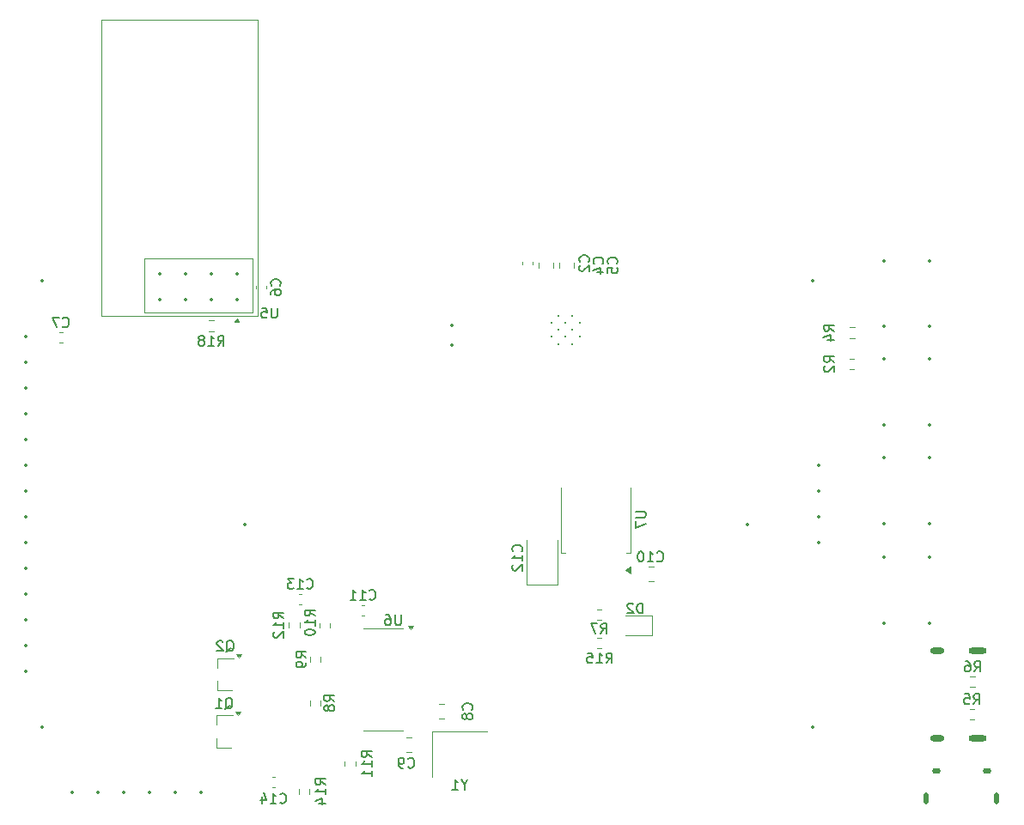
<source format=gbo>
%TF.GenerationSoftware,KiCad,Pcbnew,9.0.1*%
%TF.CreationDate,2025-12-02T19:06:14+01:00*%
%TF.ProjectId,stacja_pogody_modu__wew,73746163-6a61-45f7-906f-676f64795f6d,rev?*%
%TF.SameCoordinates,Original*%
%TF.FileFunction,Legend,Bot*%
%TF.FilePolarity,Positive*%
%FSLAX46Y46*%
G04 Gerber Fmt 4.6, Leading zero omitted, Abs format (unit mm)*
G04 Created by KiCad (PCBNEW 9.0.1) date 2025-12-02 19:06:14*
%MOMM*%
%LPD*%
G01*
G04 APERTURE LIST*
%ADD10C,0.150000*%
%ADD11C,0.120000*%
%ADD12O,1.400000X0.600000*%
%ADD13O,1.800000X0.600000*%
%ADD14C,0.350000*%
%ADD15C,0.200000*%
%ADD16O,0.500000X1.150000*%
%ADD17O,0.850000X0.550000*%
G04 APERTURE END LIST*
D10*
X196796666Y-104694819D02*
X197129999Y-104218628D01*
X197368094Y-104694819D02*
X197368094Y-103694819D01*
X197368094Y-103694819D02*
X196987142Y-103694819D01*
X196987142Y-103694819D02*
X196891904Y-103742438D01*
X196891904Y-103742438D02*
X196844285Y-103790057D01*
X196844285Y-103790057D02*
X196796666Y-103885295D01*
X196796666Y-103885295D02*
X196796666Y-104028152D01*
X196796666Y-104028152D02*
X196844285Y-104123390D01*
X196844285Y-104123390D02*
X196891904Y-104171009D01*
X196891904Y-104171009D02*
X196987142Y-104218628D01*
X196987142Y-104218628D02*
X197368094Y-104218628D01*
X195891904Y-103694819D02*
X196368094Y-103694819D01*
X196368094Y-103694819D02*
X196415713Y-104171009D01*
X196415713Y-104171009D02*
X196368094Y-104123390D01*
X196368094Y-104123390D02*
X196272856Y-104075771D01*
X196272856Y-104075771D02*
X196034761Y-104075771D01*
X196034761Y-104075771D02*
X195939523Y-104123390D01*
X195939523Y-104123390D02*
X195891904Y-104171009D01*
X195891904Y-104171009D02*
X195844285Y-104266247D01*
X195844285Y-104266247D02*
X195844285Y-104504342D01*
X195844285Y-104504342D02*
X195891904Y-104599580D01*
X195891904Y-104599580D02*
X195939523Y-104647200D01*
X195939523Y-104647200D02*
X196034761Y-104694819D01*
X196034761Y-104694819D02*
X196272856Y-104694819D01*
X196272856Y-104694819D02*
X196368094Y-104647200D01*
X196368094Y-104647200D02*
X196415713Y-104599580D01*
X183064819Y-70973333D02*
X182588628Y-70640000D01*
X183064819Y-70401905D02*
X182064819Y-70401905D01*
X182064819Y-70401905D02*
X182064819Y-70782857D01*
X182064819Y-70782857D02*
X182112438Y-70878095D01*
X182112438Y-70878095D02*
X182160057Y-70925714D01*
X182160057Y-70925714D02*
X182255295Y-70973333D01*
X182255295Y-70973333D02*
X182398152Y-70973333D01*
X182398152Y-70973333D02*
X182493390Y-70925714D01*
X182493390Y-70925714D02*
X182541009Y-70878095D01*
X182541009Y-70878095D02*
X182588628Y-70782857D01*
X182588628Y-70782857D02*
X182588628Y-70401905D01*
X182160057Y-71354286D02*
X182112438Y-71401905D01*
X182112438Y-71401905D02*
X182064819Y-71497143D01*
X182064819Y-71497143D02*
X182064819Y-71735238D01*
X182064819Y-71735238D02*
X182112438Y-71830476D01*
X182112438Y-71830476D02*
X182160057Y-71878095D01*
X182160057Y-71878095D02*
X182255295Y-71925714D01*
X182255295Y-71925714D02*
X182350533Y-71925714D01*
X182350533Y-71925714D02*
X182493390Y-71878095D01*
X182493390Y-71878095D02*
X183064819Y-71306667D01*
X183064819Y-71306667D02*
X183064819Y-71925714D01*
X131014819Y-100123333D02*
X130538628Y-99790000D01*
X131014819Y-99551905D02*
X130014819Y-99551905D01*
X130014819Y-99551905D02*
X130014819Y-99932857D01*
X130014819Y-99932857D02*
X130062438Y-100028095D01*
X130062438Y-100028095D02*
X130110057Y-100075714D01*
X130110057Y-100075714D02*
X130205295Y-100123333D01*
X130205295Y-100123333D02*
X130348152Y-100123333D01*
X130348152Y-100123333D02*
X130443390Y-100075714D01*
X130443390Y-100075714D02*
X130491009Y-100028095D01*
X130491009Y-100028095D02*
X130538628Y-99932857D01*
X130538628Y-99932857D02*
X130538628Y-99551905D01*
X131014819Y-100599524D02*
X131014819Y-100790000D01*
X131014819Y-100790000D02*
X130967200Y-100885238D01*
X130967200Y-100885238D02*
X130919580Y-100932857D01*
X130919580Y-100932857D02*
X130776723Y-101028095D01*
X130776723Y-101028095D02*
X130586247Y-101075714D01*
X130586247Y-101075714D02*
X130205295Y-101075714D01*
X130205295Y-101075714D02*
X130110057Y-101028095D01*
X130110057Y-101028095D02*
X130062438Y-100980476D01*
X130062438Y-100980476D02*
X130014819Y-100885238D01*
X130014819Y-100885238D02*
X130014819Y-100694762D01*
X130014819Y-100694762D02*
X130062438Y-100599524D01*
X130062438Y-100599524D02*
X130110057Y-100551905D01*
X130110057Y-100551905D02*
X130205295Y-100504286D01*
X130205295Y-100504286D02*
X130443390Y-100504286D01*
X130443390Y-100504286D02*
X130538628Y-100551905D01*
X130538628Y-100551905D02*
X130586247Y-100599524D01*
X130586247Y-100599524D02*
X130633866Y-100694762D01*
X130633866Y-100694762D02*
X130633866Y-100885238D01*
X130633866Y-100885238D02*
X130586247Y-100980476D01*
X130586247Y-100980476D02*
X130538628Y-101028095D01*
X130538628Y-101028095D02*
X130443390Y-101075714D01*
X133794819Y-104413333D02*
X133318628Y-104080000D01*
X133794819Y-103841905D02*
X132794819Y-103841905D01*
X132794819Y-103841905D02*
X132794819Y-104222857D01*
X132794819Y-104222857D02*
X132842438Y-104318095D01*
X132842438Y-104318095D02*
X132890057Y-104365714D01*
X132890057Y-104365714D02*
X132985295Y-104413333D01*
X132985295Y-104413333D02*
X133128152Y-104413333D01*
X133128152Y-104413333D02*
X133223390Y-104365714D01*
X133223390Y-104365714D02*
X133271009Y-104318095D01*
X133271009Y-104318095D02*
X133318628Y-104222857D01*
X133318628Y-104222857D02*
X133318628Y-103841905D01*
X133223390Y-104984762D02*
X133175771Y-104889524D01*
X133175771Y-104889524D02*
X133128152Y-104841905D01*
X133128152Y-104841905D02*
X133032914Y-104794286D01*
X133032914Y-104794286D02*
X132985295Y-104794286D01*
X132985295Y-104794286D02*
X132890057Y-104841905D01*
X132890057Y-104841905D02*
X132842438Y-104889524D01*
X132842438Y-104889524D02*
X132794819Y-104984762D01*
X132794819Y-104984762D02*
X132794819Y-105175238D01*
X132794819Y-105175238D02*
X132842438Y-105270476D01*
X132842438Y-105270476D02*
X132890057Y-105318095D01*
X132890057Y-105318095D02*
X132985295Y-105365714D01*
X132985295Y-105365714D02*
X133032914Y-105365714D01*
X133032914Y-105365714D02*
X133128152Y-105318095D01*
X133128152Y-105318095D02*
X133175771Y-105270476D01*
X133175771Y-105270476D02*
X133223390Y-105175238D01*
X133223390Y-105175238D02*
X133223390Y-104984762D01*
X133223390Y-104984762D02*
X133271009Y-104889524D01*
X133271009Y-104889524D02*
X133318628Y-104841905D01*
X133318628Y-104841905D02*
X133413866Y-104794286D01*
X133413866Y-104794286D02*
X133604342Y-104794286D01*
X133604342Y-104794286D02*
X133699580Y-104841905D01*
X133699580Y-104841905D02*
X133747200Y-104889524D01*
X133747200Y-104889524D02*
X133794819Y-104984762D01*
X133794819Y-104984762D02*
X133794819Y-105175238D01*
X133794819Y-105175238D02*
X133747200Y-105270476D01*
X133747200Y-105270476D02*
X133699580Y-105318095D01*
X133699580Y-105318095D02*
X133604342Y-105365714D01*
X133604342Y-105365714D02*
X133413866Y-105365714D01*
X133413866Y-105365714D02*
X133318628Y-105318095D01*
X133318628Y-105318095D02*
X133271009Y-105270476D01*
X133271009Y-105270476D02*
X133223390Y-105175238D01*
X123025238Y-105190057D02*
X123120476Y-105142438D01*
X123120476Y-105142438D02*
X123215714Y-105047200D01*
X123215714Y-105047200D02*
X123358571Y-104904342D01*
X123358571Y-104904342D02*
X123453809Y-104856723D01*
X123453809Y-104856723D02*
X123549047Y-104856723D01*
X123501428Y-105094819D02*
X123596666Y-105047200D01*
X123596666Y-105047200D02*
X123691904Y-104951961D01*
X123691904Y-104951961D02*
X123739523Y-104761485D01*
X123739523Y-104761485D02*
X123739523Y-104428152D01*
X123739523Y-104428152D02*
X123691904Y-104237676D01*
X123691904Y-104237676D02*
X123596666Y-104142438D01*
X123596666Y-104142438D02*
X123501428Y-104094819D01*
X123501428Y-104094819D02*
X123310952Y-104094819D01*
X123310952Y-104094819D02*
X123215714Y-104142438D01*
X123215714Y-104142438D02*
X123120476Y-104237676D01*
X123120476Y-104237676D02*
X123072857Y-104428152D01*
X123072857Y-104428152D02*
X123072857Y-104761485D01*
X123072857Y-104761485D02*
X123120476Y-104951961D01*
X123120476Y-104951961D02*
X123215714Y-105047200D01*
X123215714Y-105047200D02*
X123310952Y-105094819D01*
X123310952Y-105094819D02*
X123501428Y-105094819D01*
X122120476Y-105094819D02*
X122691904Y-105094819D01*
X122406190Y-105094819D02*
X122406190Y-104094819D01*
X122406190Y-104094819D02*
X122501428Y-104237676D01*
X122501428Y-104237676D02*
X122596666Y-104332914D01*
X122596666Y-104332914D02*
X122691904Y-104380533D01*
X122312857Y-69354819D02*
X122646190Y-68878628D01*
X122884285Y-69354819D02*
X122884285Y-68354819D01*
X122884285Y-68354819D02*
X122503333Y-68354819D01*
X122503333Y-68354819D02*
X122408095Y-68402438D01*
X122408095Y-68402438D02*
X122360476Y-68450057D01*
X122360476Y-68450057D02*
X122312857Y-68545295D01*
X122312857Y-68545295D02*
X122312857Y-68688152D01*
X122312857Y-68688152D02*
X122360476Y-68783390D01*
X122360476Y-68783390D02*
X122408095Y-68831009D01*
X122408095Y-68831009D02*
X122503333Y-68878628D01*
X122503333Y-68878628D02*
X122884285Y-68878628D01*
X121360476Y-69354819D02*
X121931904Y-69354819D01*
X121646190Y-69354819D02*
X121646190Y-68354819D01*
X121646190Y-68354819D02*
X121741428Y-68497676D01*
X121741428Y-68497676D02*
X121836666Y-68592914D01*
X121836666Y-68592914D02*
X121931904Y-68640533D01*
X120789047Y-68783390D02*
X120884285Y-68735771D01*
X120884285Y-68735771D02*
X120931904Y-68688152D01*
X120931904Y-68688152D02*
X120979523Y-68592914D01*
X120979523Y-68592914D02*
X120979523Y-68545295D01*
X120979523Y-68545295D02*
X120931904Y-68450057D01*
X120931904Y-68450057D02*
X120884285Y-68402438D01*
X120884285Y-68402438D02*
X120789047Y-68354819D01*
X120789047Y-68354819D02*
X120598571Y-68354819D01*
X120598571Y-68354819D02*
X120503333Y-68402438D01*
X120503333Y-68402438D02*
X120455714Y-68450057D01*
X120455714Y-68450057D02*
X120408095Y-68545295D01*
X120408095Y-68545295D02*
X120408095Y-68592914D01*
X120408095Y-68592914D02*
X120455714Y-68688152D01*
X120455714Y-68688152D02*
X120503333Y-68735771D01*
X120503333Y-68735771D02*
X120598571Y-68783390D01*
X120598571Y-68783390D02*
X120789047Y-68783390D01*
X120789047Y-68783390D02*
X120884285Y-68831009D01*
X120884285Y-68831009D02*
X120931904Y-68878628D01*
X120931904Y-68878628D02*
X120979523Y-68973866D01*
X120979523Y-68973866D02*
X120979523Y-69164342D01*
X120979523Y-69164342D02*
X120931904Y-69259580D01*
X120931904Y-69259580D02*
X120884285Y-69307200D01*
X120884285Y-69307200D02*
X120789047Y-69354819D01*
X120789047Y-69354819D02*
X120598571Y-69354819D01*
X120598571Y-69354819D02*
X120503333Y-69307200D01*
X120503333Y-69307200D02*
X120455714Y-69259580D01*
X120455714Y-69259580D02*
X120408095Y-69164342D01*
X120408095Y-69164342D02*
X120408095Y-68973866D01*
X120408095Y-68973866D02*
X120455714Y-68878628D01*
X120455714Y-68878628D02*
X120503333Y-68831009D01*
X120503333Y-68831009D02*
X120598571Y-68783390D01*
X141056666Y-110889580D02*
X141104285Y-110937200D01*
X141104285Y-110937200D02*
X141247142Y-110984819D01*
X141247142Y-110984819D02*
X141342380Y-110984819D01*
X141342380Y-110984819D02*
X141485237Y-110937200D01*
X141485237Y-110937200D02*
X141580475Y-110841961D01*
X141580475Y-110841961D02*
X141628094Y-110746723D01*
X141628094Y-110746723D02*
X141675713Y-110556247D01*
X141675713Y-110556247D02*
X141675713Y-110413390D01*
X141675713Y-110413390D02*
X141628094Y-110222914D01*
X141628094Y-110222914D02*
X141580475Y-110127676D01*
X141580475Y-110127676D02*
X141485237Y-110032438D01*
X141485237Y-110032438D02*
X141342380Y-109984819D01*
X141342380Y-109984819D02*
X141247142Y-109984819D01*
X141247142Y-109984819D02*
X141104285Y-110032438D01*
X141104285Y-110032438D02*
X141056666Y-110080057D01*
X140580475Y-110984819D02*
X140389999Y-110984819D01*
X140389999Y-110984819D02*
X140294761Y-110937200D01*
X140294761Y-110937200D02*
X140247142Y-110889580D01*
X140247142Y-110889580D02*
X140151904Y-110746723D01*
X140151904Y-110746723D02*
X140104285Y-110556247D01*
X140104285Y-110556247D02*
X140104285Y-110175295D01*
X140104285Y-110175295D02*
X140151904Y-110080057D01*
X140151904Y-110080057D02*
X140199523Y-110032438D01*
X140199523Y-110032438D02*
X140294761Y-109984819D01*
X140294761Y-109984819D02*
X140485237Y-109984819D01*
X140485237Y-109984819D02*
X140580475Y-110032438D01*
X140580475Y-110032438D02*
X140628094Y-110080057D01*
X140628094Y-110080057D02*
X140675713Y-110175295D01*
X140675713Y-110175295D02*
X140675713Y-110413390D01*
X140675713Y-110413390D02*
X140628094Y-110508628D01*
X140628094Y-110508628D02*
X140580475Y-110556247D01*
X140580475Y-110556247D02*
X140485237Y-110603866D01*
X140485237Y-110603866D02*
X140294761Y-110603866D01*
X140294761Y-110603866D02*
X140199523Y-110556247D01*
X140199523Y-110556247D02*
X140151904Y-110508628D01*
X140151904Y-110508628D02*
X140104285Y-110413390D01*
X161609580Y-61263333D02*
X161657200Y-61215714D01*
X161657200Y-61215714D02*
X161704819Y-61072857D01*
X161704819Y-61072857D02*
X161704819Y-60977619D01*
X161704819Y-60977619D02*
X161657200Y-60834762D01*
X161657200Y-60834762D02*
X161561961Y-60739524D01*
X161561961Y-60739524D02*
X161466723Y-60691905D01*
X161466723Y-60691905D02*
X161276247Y-60644286D01*
X161276247Y-60644286D02*
X161133390Y-60644286D01*
X161133390Y-60644286D02*
X160942914Y-60691905D01*
X160942914Y-60691905D02*
X160847676Y-60739524D01*
X160847676Y-60739524D02*
X160752438Y-60834762D01*
X160752438Y-60834762D02*
X160704819Y-60977619D01*
X160704819Y-60977619D02*
X160704819Y-61072857D01*
X160704819Y-61072857D02*
X160752438Y-61215714D01*
X160752438Y-61215714D02*
X160800057Y-61263333D01*
X160704819Y-62168095D02*
X160704819Y-61691905D01*
X160704819Y-61691905D02*
X161181009Y-61644286D01*
X161181009Y-61644286D02*
X161133390Y-61691905D01*
X161133390Y-61691905D02*
X161085771Y-61787143D01*
X161085771Y-61787143D02*
X161085771Y-62025238D01*
X161085771Y-62025238D02*
X161133390Y-62120476D01*
X161133390Y-62120476D02*
X161181009Y-62168095D01*
X161181009Y-62168095D02*
X161276247Y-62215714D01*
X161276247Y-62215714D02*
X161514342Y-62215714D01*
X161514342Y-62215714D02*
X161609580Y-62168095D01*
X161609580Y-62168095D02*
X161657200Y-62120476D01*
X161657200Y-62120476D02*
X161704819Y-62025238D01*
X161704819Y-62025238D02*
X161704819Y-61787143D01*
X161704819Y-61787143D02*
X161657200Y-61691905D01*
X161657200Y-61691905D02*
X161609580Y-61644286D01*
X131082857Y-93239580D02*
X131130476Y-93287200D01*
X131130476Y-93287200D02*
X131273333Y-93334819D01*
X131273333Y-93334819D02*
X131368571Y-93334819D01*
X131368571Y-93334819D02*
X131511428Y-93287200D01*
X131511428Y-93287200D02*
X131606666Y-93191961D01*
X131606666Y-93191961D02*
X131654285Y-93096723D01*
X131654285Y-93096723D02*
X131701904Y-92906247D01*
X131701904Y-92906247D02*
X131701904Y-92763390D01*
X131701904Y-92763390D02*
X131654285Y-92572914D01*
X131654285Y-92572914D02*
X131606666Y-92477676D01*
X131606666Y-92477676D02*
X131511428Y-92382438D01*
X131511428Y-92382438D02*
X131368571Y-92334819D01*
X131368571Y-92334819D02*
X131273333Y-92334819D01*
X131273333Y-92334819D02*
X131130476Y-92382438D01*
X131130476Y-92382438D02*
X131082857Y-92430057D01*
X130130476Y-93334819D02*
X130701904Y-93334819D01*
X130416190Y-93334819D02*
X130416190Y-92334819D01*
X130416190Y-92334819D02*
X130511428Y-92477676D01*
X130511428Y-92477676D02*
X130606666Y-92572914D01*
X130606666Y-92572914D02*
X130701904Y-92620533D01*
X129797142Y-92334819D02*
X129178095Y-92334819D01*
X129178095Y-92334819D02*
X129511428Y-92715771D01*
X129511428Y-92715771D02*
X129368571Y-92715771D01*
X129368571Y-92715771D02*
X129273333Y-92763390D01*
X129273333Y-92763390D02*
X129225714Y-92811009D01*
X129225714Y-92811009D02*
X129178095Y-92906247D01*
X129178095Y-92906247D02*
X129178095Y-93144342D01*
X129178095Y-93144342D02*
X129225714Y-93239580D01*
X129225714Y-93239580D02*
X129273333Y-93287200D01*
X129273333Y-93287200D02*
X129368571Y-93334819D01*
X129368571Y-93334819D02*
X129654285Y-93334819D01*
X129654285Y-93334819D02*
X129749523Y-93287200D01*
X129749523Y-93287200D02*
X129797142Y-93239580D01*
X107016666Y-67439580D02*
X107064285Y-67487200D01*
X107064285Y-67487200D02*
X107207142Y-67534819D01*
X107207142Y-67534819D02*
X107302380Y-67534819D01*
X107302380Y-67534819D02*
X107445237Y-67487200D01*
X107445237Y-67487200D02*
X107540475Y-67391961D01*
X107540475Y-67391961D02*
X107588094Y-67296723D01*
X107588094Y-67296723D02*
X107635713Y-67106247D01*
X107635713Y-67106247D02*
X107635713Y-66963390D01*
X107635713Y-66963390D02*
X107588094Y-66772914D01*
X107588094Y-66772914D02*
X107540475Y-66677676D01*
X107540475Y-66677676D02*
X107445237Y-66582438D01*
X107445237Y-66582438D02*
X107302380Y-66534819D01*
X107302380Y-66534819D02*
X107207142Y-66534819D01*
X107207142Y-66534819D02*
X107064285Y-66582438D01*
X107064285Y-66582438D02*
X107016666Y-66630057D01*
X106683332Y-66534819D02*
X106016666Y-66534819D01*
X106016666Y-66534819D02*
X106445237Y-67534819D01*
X137252857Y-94309580D02*
X137300476Y-94357200D01*
X137300476Y-94357200D02*
X137443333Y-94404819D01*
X137443333Y-94404819D02*
X137538571Y-94404819D01*
X137538571Y-94404819D02*
X137681428Y-94357200D01*
X137681428Y-94357200D02*
X137776666Y-94261961D01*
X137776666Y-94261961D02*
X137824285Y-94166723D01*
X137824285Y-94166723D02*
X137871904Y-93976247D01*
X137871904Y-93976247D02*
X137871904Y-93833390D01*
X137871904Y-93833390D02*
X137824285Y-93642914D01*
X137824285Y-93642914D02*
X137776666Y-93547676D01*
X137776666Y-93547676D02*
X137681428Y-93452438D01*
X137681428Y-93452438D02*
X137538571Y-93404819D01*
X137538571Y-93404819D02*
X137443333Y-93404819D01*
X137443333Y-93404819D02*
X137300476Y-93452438D01*
X137300476Y-93452438D02*
X137252857Y-93500057D01*
X136300476Y-94404819D02*
X136871904Y-94404819D01*
X136586190Y-94404819D02*
X136586190Y-93404819D01*
X136586190Y-93404819D02*
X136681428Y-93547676D01*
X136681428Y-93547676D02*
X136776666Y-93642914D01*
X136776666Y-93642914D02*
X136871904Y-93690533D01*
X135348095Y-94404819D02*
X135919523Y-94404819D01*
X135633809Y-94404819D02*
X135633809Y-93404819D01*
X135633809Y-93404819D02*
X135729047Y-93547676D01*
X135729047Y-93547676D02*
X135824285Y-93642914D01*
X135824285Y-93642914D02*
X135919523Y-93690533D01*
X128151904Y-65614819D02*
X128151904Y-66424342D01*
X128151904Y-66424342D02*
X128104285Y-66519580D01*
X128104285Y-66519580D02*
X128056666Y-66567200D01*
X128056666Y-66567200D02*
X127961428Y-66614819D01*
X127961428Y-66614819D02*
X127770952Y-66614819D01*
X127770952Y-66614819D02*
X127675714Y-66567200D01*
X127675714Y-66567200D02*
X127628095Y-66519580D01*
X127628095Y-66519580D02*
X127580476Y-66424342D01*
X127580476Y-66424342D02*
X127580476Y-65614819D01*
X126628095Y-65614819D02*
X127104285Y-65614819D01*
X127104285Y-65614819D02*
X127151904Y-66091009D01*
X127151904Y-66091009D02*
X127104285Y-66043390D01*
X127104285Y-66043390D02*
X127009047Y-65995771D01*
X127009047Y-65995771D02*
X126770952Y-65995771D01*
X126770952Y-65995771D02*
X126675714Y-66043390D01*
X126675714Y-66043390D02*
X126628095Y-66091009D01*
X126628095Y-66091009D02*
X126580476Y-66186247D01*
X126580476Y-66186247D02*
X126580476Y-66424342D01*
X126580476Y-66424342D02*
X126628095Y-66519580D01*
X126628095Y-66519580D02*
X126675714Y-66567200D01*
X126675714Y-66567200D02*
X126770952Y-66614819D01*
X126770952Y-66614819D02*
X127009047Y-66614819D01*
X127009047Y-66614819D02*
X127104285Y-66567200D01*
X127104285Y-66567200D02*
X127151904Y-66519580D01*
X128419580Y-63413333D02*
X128467200Y-63365714D01*
X128467200Y-63365714D02*
X128514819Y-63222857D01*
X128514819Y-63222857D02*
X128514819Y-63127619D01*
X128514819Y-63127619D02*
X128467200Y-62984762D01*
X128467200Y-62984762D02*
X128371961Y-62889524D01*
X128371961Y-62889524D02*
X128276723Y-62841905D01*
X128276723Y-62841905D02*
X128086247Y-62794286D01*
X128086247Y-62794286D02*
X127943390Y-62794286D01*
X127943390Y-62794286D02*
X127752914Y-62841905D01*
X127752914Y-62841905D02*
X127657676Y-62889524D01*
X127657676Y-62889524D02*
X127562438Y-62984762D01*
X127562438Y-62984762D02*
X127514819Y-63127619D01*
X127514819Y-63127619D02*
X127514819Y-63222857D01*
X127514819Y-63222857D02*
X127562438Y-63365714D01*
X127562438Y-63365714D02*
X127610057Y-63413333D01*
X127514819Y-64270476D02*
X127514819Y-64080000D01*
X127514819Y-64080000D02*
X127562438Y-63984762D01*
X127562438Y-63984762D02*
X127610057Y-63937143D01*
X127610057Y-63937143D02*
X127752914Y-63841905D01*
X127752914Y-63841905D02*
X127943390Y-63794286D01*
X127943390Y-63794286D02*
X128324342Y-63794286D01*
X128324342Y-63794286D02*
X128419580Y-63841905D01*
X128419580Y-63841905D02*
X128467200Y-63889524D01*
X128467200Y-63889524D02*
X128514819Y-63984762D01*
X128514819Y-63984762D02*
X128514819Y-64175238D01*
X128514819Y-64175238D02*
X128467200Y-64270476D01*
X128467200Y-64270476D02*
X128419580Y-64318095D01*
X128419580Y-64318095D02*
X128324342Y-64365714D01*
X128324342Y-64365714D02*
X128086247Y-64365714D01*
X128086247Y-64365714D02*
X127991009Y-64318095D01*
X127991009Y-64318095D02*
X127943390Y-64270476D01*
X127943390Y-64270476D02*
X127895771Y-64175238D01*
X127895771Y-64175238D02*
X127895771Y-63984762D01*
X127895771Y-63984762D02*
X127943390Y-63889524D01*
X127943390Y-63889524D02*
X127991009Y-63841905D01*
X127991009Y-63841905D02*
X128086247Y-63794286D01*
X160056666Y-97744819D02*
X160389999Y-97268628D01*
X160628094Y-97744819D02*
X160628094Y-96744819D01*
X160628094Y-96744819D02*
X160247142Y-96744819D01*
X160247142Y-96744819D02*
X160151904Y-96792438D01*
X160151904Y-96792438D02*
X160104285Y-96840057D01*
X160104285Y-96840057D02*
X160056666Y-96935295D01*
X160056666Y-96935295D02*
X160056666Y-97078152D01*
X160056666Y-97078152D02*
X160104285Y-97173390D01*
X160104285Y-97173390D02*
X160151904Y-97221009D01*
X160151904Y-97221009D02*
X160247142Y-97268628D01*
X160247142Y-97268628D02*
X160628094Y-97268628D01*
X159723332Y-96744819D02*
X159056666Y-96744819D01*
X159056666Y-96744819D02*
X159485237Y-97744819D01*
X158839580Y-61053333D02*
X158887200Y-61005714D01*
X158887200Y-61005714D02*
X158934819Y-60862857D01*
X158934819Y-60862857D02*
X158934819Y-60767619D01*
X158934819Y-60767619D02*
X158887200Y-60624762D01*
X158887200Y-60624762D02*
X158791961Y-60529524D01*
X158791961Y-60529524D02*
X158696723Y-60481905D01*
X158696723Y-60481905D02*
X158506247Y-60434286D01*
X158506247Y-60434286D02*
X158363390Y-60434286D01*
X158363390Y-60434286D02*
X158172914Y-60481905D01*
X158172914Y-60481905D02*
X158077676Y-60529524D01*
X158077676Y-60529524D02*
X157982438Y-60624762D01*
X157982438Y-60624762D02*
X157934819Y-60767619D01*
X157934819Y-60767619D02*
X157934819Y-60862857D01*
X157934819Y-60862857D02*
X157982438Y-61005714D01*
X157982438Y-61005714D02*
X158030057Y-61053333D01*
X158030057Y-61434286D02*
X157982438Y-61481905D01*
X157982438Y-61481905D02*
X157934819Y-61577143D01*
X157934819Y-61577143D02*
X157934819Y-61815238D01*
X157934819Y-61815238D02*
X157982438Y-61910476D01*
X157982438Y-61910476D02*
X158030057Y-61958095D01*
X158030057Y-61958095D02*
X158125295Y-62005714D01*
X158125295Y-62005714D02*
X158220533Y-62005714D01*
X158220533Y-62005714D02*
X158363390Y-61958095D01*
X158363390Y-61958095D02*
X158934819Y-61386667D01*
X158934819Y-61386667D02*
X158934819Y-62005714D01*
X128784819Y-96232142D02*
X128308628Y-95898809D01*
X128784819Y-95660714D02*
X127784819Y-95660714D01*
X127784819Y-95660714D02*
X127784819Y-96041666D01*
X127784819Y-96041666D02*
X127832438Y-96136904D01*
X127832438Y-96136904D02*
X127880057Y-96184523D01*
X127880057Y-96184523D02*
X127975295Y-96232142D01*
X127975295Y-96232142D02*
X128118152Y-96232142D01*
X128118152Y-96232142D02*
X128213390Y-96184523D01*
X128213390Y-96184523D02*
X128261009Y-96136904D01*
X128261009Y-96136904D02*
X128308628Y-96041666D01*
X128308628Y-96041666D02*
X128308628Y-95660714D01*
X128784819Y-97184523D02*
X128784819Y-96613095D01*
X128784819Y-96898809D02*
X127784819Y-96898809D01*
X127784819Y-96898809D02*
X127927676Y-96803571D01*
X127927676Y-96803571D02*
X128022914Y-96708333D01*
X128022914Y-96708333D02*
X128070533Y-96613095D01*
X127880057Y-97565476D02*
X127832438Y-97613095D01*
X127832438Y-97613095D02*
X127784819Y-97708333D01*
X127784819Y-97708333D02*
X127784819Y-97946428D01*
X127784819Y-97946428D02*
X127832438Y-98041666D01*
X127832438Y-98041666D02*
X127880057Y-98089285D01*
X127880057Y-98089285D02*
X127975295Y-98136904D01*
X127975295Y-98136904D02*
X128070533Y-98136904D01*
X128070533Y-98136904D02*
X128213390Y-98089285D01*
X128213390Y-98089285D02*
X128784819Y-97517857D01*
X128784819Y-97517857D02*
X128784819Y-98136904D01*
X131874819Y-95997142D02*
X131398628Y-95663809D01*
X131874819Y-95425714D02*
X130874819Y-95425714D01*
X130874819Y-95425714D02*
X130874819Y-95806666D01*
X130874819Y-95806666D02*
X130922438Y-95901904D01*
X130922438Y-95901904D02*
X130970057Y-95949523D01*
X130970057Y-95949523D02*
X131065295Y-95997142D01*
X131065295Y-95997142D02*
X131208152Y-95997142D01*
X131208152Y-95997142D02*
X131303390Y-95949523D01*
X131303390Y-95949523D02*
X131351009Y-95901904D01*
X131351009Y-95901904D02*
X131398628Y-95806666D01*
X131398628Y-95806666D02*
X131398628Y-95425714D01*
X131874819Y-96949523D02*
X131874819Y-96378095D01*
X131874819Y-96663809D02*
X130874819Y-96663809D01*
X130874819Y-96663809D02*
X131017676Y-96568571D01*
X131017676Y-96568571D02*
X131112914Y-96473333D01*
X131112914Y-96473333D02*
X131160533Y-96378095D01*
X130874819Y-97568571D02*
X130874819Y-97663809D01*
X130874819Y-97663809D02*
X130922438Y-97759047D01*
X130922438Y-97759047D02*
X130970057Y-97806666D01*
X130970057Y-97806666D02*
X131065295Y-97854285D01*
X131065295Y-97854285D02*
X131255771Y-97901904D01*
X131255771Y-97901904D02*
X131493866Y-97901904D01*
X131493866Y-97901904D02*
X131684342Y-97854285D01*
X131684342Y-97854285D02*
X131779580Y-97806666D01*
X131779580Y-97806666D02*
X131827200Y-97759047D01*
X131827200Y-97759047D02*
X131874819Y-97663809D01*
X131874819Y-97663809D02*
X131874819Y-97568571D01*
X131874819Y-97568571D02*
X131827200Y-97473333D01*
X131827200Y-97473333D02*
X131779580Y-97425714D01*
X131779580Y-97425714D02*
X131684342Y-97378095D01*
X131684342Y-97378095D02*
X131493866Y-97330476D01*
X131493866Y-97330476D02*
X131255771Y-97330476D01*
X131255771Y-97330476D02*
X131065295Y-97378095D01*
X131065295Y-97378095D02*
X130970057Y-97425714D01*
X130970057Y-97425714D02*
X130922438Y-97473333D01*
X130922438Y-97473333D02*
X130874819Y-97568571D01*
X137474819Y-109907142D02*
X136998628Y-109573809D01*
X137474819Y-109335714D02*
X136474819Y-109335714D01*
X136474819Y-109335714D02*
X136474819Y-109716666D01*
X136474819Y-109716666D02*
X136522438Y-109811904D01*
X136522438Y-109811904D02*
X136570057Y-109859523D01*
X136570057Y-109859523D02*
X136665295Y-109907142D01*
X136665295Y-109907142D02*
X136808152Y-109907142D01*
X136808152Y-109907142D02*
X136903390Y-109859523D01*
X136903390Y-109859523D02*
X136951009Y-109811904D01*
X136951009Y-109811904D02*
X136998628Y-109716666D01*
X136998628Y-109716666D02*
X136998628Y-109335714D01*
X137474819Y-110859523D02*
X137474819Y-110288095D01*
X137474819Y-110573809D02*
X136474819Y-110573809D01*
X136474819Y-110573809D02*
X136617676Y-110478571D01*
X136617676Y-110478571D02*
X136712914Y-110383333D01*
X136712914Y-110383333D02*
X136760533Y-110288095D01*
X137474819Y-111811904D02*
X137474819Y-111240476D01*
X137474819Y-111526190D02*
X136474819Y-111526190D01*
X136474819Y-111526190D02*
X136617676Y-111430952D01*
X136617676Y-111430952D02*
X136712914Y-111335714D01*
X136712914Y-111335714D02*
X136760533Y-111240476D01*
X123115238Y-99540057D02*
X123210476Y-99492438D01*
X123210476Y-99492438D02*
X123305714Y-99397200D01*
X123305714Y-99397200D02*
X123448571Y-99254342D01*
X123448571Y-99254342D02*
X123543809Y-99206723D01*
X123543809Y-99206723D02*
X123639047Y-99206723D01*
X123591428Y-99444819D02*
X123686666Y-99397200D01*
X123686666Y-99397200D02*
X123781904Y-99301961D01*
X123781904Y-99301961D02*
X123829523Y-99111485D01*
X123829523Y-99111485D02*
X123829523Y-98778152D01*
X123829523Y-98778152D02*
X123781904Y-98587676D01*
X123781904Y-98587676D02*
X123686666Y-98492438D01*
X123686666Y-98492438D02*
X123591428Y-98444819D01*
X123591428Y-98444819D02*
X123400952Y-98444819D01*
X123400952Y-98444819D02*
X123305714Y-98492438D01*
X123305714Y-98492438D02*
X123210476Y-98587676D01*
X123210476Y-98587676D02*
X123162857Y-98778152D01*
X123162857Y-98778152D02*
X123162857Y-99111485D01*
X123162857Y-99111485D02*
X123210476Y-99301961D01*
X123210476Y-99301961D02*
X123305714Y-99397200D01*
X123305714Y-99397200D02*
X123400952Y-99444819D01*
X123400952Y-99444819D02*
X123591428Y-99444819D01*
X122781904Y-98540057D02*
X122734285Y-98492438D01*
X122734285Y-98492438D02*
X122639047Y-98444819D01*
X122639047Y-98444819D02*
X122400952Y-98444819D01*
X122400952Y-98444819D02*
X122305714Y-98492438D01*
X122305714Y-98492438D02*
X122258095Y-98540057D01*
X122258095Y-98540057D02*
X122210476Y-98635295D01*
X122210476Y-98635295D02*
X122210476Y-98730533D01*
X122210476Y-98730533D02*
X122258095Y-98873390D01*
X122258095Y-98873390D02*
X122829523Y-99444819D01*
X122829523Y-99444819D02*
X122210476Y-99444819D01*
X183034819Y-67893333D02*
X182558628Y-67560000D01*
X183034819Y-67321905D02*
X182034819Y-67321905D01*
X182034819Y-67321905D02*
X182034819Y-67702857D01*
X182034819Y-67702857D02*
X182082438Y-67798095D01*
X182082438Y-67798095D02*
X182130057Y-67845714D01*
X182130057Y-67845714D02*
X182225295Y-67893333D01*
X182225295Y-67893333D02*
X182368152Y-67893333D01*
X182368152Y-67893333D02*
X182463390Y-67845714D01*
X182463390Y-67845714D02*
X182511009Y-67798095D01*
X182511009Y-67798095D02*
X182558628Y-67702857D01*
X182558628Y-67702857D02*
X182558628Y-67321905D01*
X182368152Y-68750476D02*
X183034819Y-68750476D01*
X181987200Y-68512381D02*
X182701485Y-68274286D01*
X182701485Y-68274286D02*
X182701485Y-68893333D01*
X165602857Y-90549580D02*
X165650476Y-90597200D01*
X165650476Y-90597200D02*
X165793333Y-90644819D01*
X165793333Y-90644819D02*
X165888571Y-90644819D01*
X165888571Y-90644819D02*
X166031428Y-90597200D01*
X166031428Y-90597200D02*
X166126666Y-90501961D01*
X166126666Y-90501961D02*
X166174285Y-90406723D01*
X166174285Y-90406723D02*
X166221904Y-90216247D01*
X166221904Y-90216247D02*
X166221904Y-90073390D01*
X166221904Y-90073390D02*
X166174285Y-89882914D01*
X166174285Y-89882914D02*
X166126666Y-89787676D01*
X166126666Y-89787676D02*
X166031428Y-89692438D01*
X166031428Y-89692438D02*
X165888571Y-89644819D01*
X165888571Y-89644819D02*
X165793333Y-89644819D01*
X165793333Y-89644819D02*
X165650476Y-89692438D01*
X165650476Y-89692438D02*
X165602857Y-89740057D01*
X164650476Y-90644819D02*
X165221904Y-90644819D01*
X164936190Y-90644819D02*
X164936190Y-89644819D01*
X164936190Y-89644819D02*
X165031428Y-89787676D01*
X165031428Y-89787676D02*
X165126666Y-89882914D01*
X165126666Y-89882914D02*
X165221904Y-89930533D01*
X164031428Y-89644819D02*
X163936190Y-89644819D01*
X163936190Y-89644819D02*
X163840952Y-89692438D01*
X163840952Y-89692438D02*
X163793333Y-89740057D01*
X163793333Y-89740057D02*
X163745714Y-89835295D01*
X163745714Y-89835295D02*
X163698095Y-90025771D01*
X163698095Y-90025771D02*
X163698095Y-90263866D01*
X163698095Y-90263866D02*
X163745714Y-90454342D01*
X163745714Y-90454342D02*
X163793333Y-90549580D01*
X163793333Y-90549580D02*
X163840952Y-90597200D01*
X163840952Y-90597200D02*
X163936190Y-90644819D01*
X163936190Y-90644819D02*
X164031428Y-90644819D01*
X164031428Y-90644819D02*
X164126666Y-90597200D01*
X164126666Y-90597200D02*
X164174285Y-90549580D01*
X164174285Y-90549580D02*
X164221904Y-90454342D01*
X164221904Y-90454342D02*
X164269523Y-90263866D01*
X164269523Y-90263866D02*
X164269523Y-90025771D01*
X164269523Y-90025771D02*
X164221904Y-89835295D01*
X164221904Y-89835295D02*
X164174285Y-89740057D01*
X164174285Y-89740057D02*
X164126666Y-89692438D01*
X164126666Y-89692438D02*
X164031428Y-89644819D01*
X160592857Y-100644819D02*
X160926190Y-100168628D01*
X161164285Y-100644819D02*
X161164285Y-99644819D01*
X161164285Y-99644819D02*
X160783333Y-99644819D01*
X160783333Y-99644819D02*
X160688095Y-99692438D01*
X160688095Y-99692438D02*
X160640476Y-99740057D01*
X160640476Y-99740057D02*
X160592857Y-99835295D01*
X160592857Y-99835295D02*
X160592857Y-99978152D01*
X160592857Y-99978152D02*
X160640476Y-100073390D01*
X160640476Y-100073390D02*
X160688095Y-100121009D01*
X160688095Y-100121009D02*
X160783333Y-100168628D01*
X160783333Y-100168628D02*
X161164285Y-100168628D01*
X159640476Y-100644819D02*
X160211904Y-100644819D01*
X159926190Y-100644819D02*
X159926190Y-99644819D01*
X159926190Y-99644819D02*
X160021428Y-99787676D01*
X160021428Y-99787676D02*
X160116666Y-99882914D01*
X160116666Y-99882914D02*
X160211904Y-99930533D01*
X158735714Y-99644819D02*
X159211904Y-99644819D01*
X159211904Y-99644819D02*
X159259523Y-100121009D01*
X159259523Y-100121009D02*
X159211904Y-100073390D01*
X159211904Y-100073390D02*
X159116666Y-100025771D01*
X159116666Y-100025771D02*
X158878571Y-100025771D01*
X158878571Y-100025771D02*
X158783333Y-100073390D01*
X158783333Y-100073390D02*
X158735714Y-100121009D01*
X158735714Y-100121009D02*
X158688095Y-100216247D01*
X158688095Y-100216247D02*
X158688095Y-100454342D01*
X158688095Y-100454342D02*
X158735714Y-100549580D01*
X158735714Y-100549580D02*
X158783333Y-100597200D01*
X158783333Y-100597200D02*
X158878571Y-100644819D01*
X158878571Y-100644819D02*
X159116666Y-100644819D01*
X159116666Y-100644819D02*
X159211904Y-100597200D01*
X159211904Y-100597200D02*
X159259523Y-100549580D01*
X147319580Y-105233333D02*
X147367200Y-105185714D01*
X147367200Y-105185714D02*
X147414819Y-105042857D01*
X147414819Y-105042857D02*
X147414819Y-104947619D01*
X147414819Y-104947619D02*
X147367200Y-104804762D01*
X147367200Y-104804762D02*
X147271961Y-104709524D01*
X147271961Y-104709524D02*
X147176723Y-104661905D01*
X147176723Y-104661905D02*
X146986247Y-104614286D01*
X146986247Y-104614286D02*
X146843390Y-104614286D01*
X146843390Y-104614286D02*
X146652914Y-104661905D01*
X146652914Y-104661905D02*
X146557676Y-104709524D01*
X146557676Y-104709524D02*
X146462438Y-104804762D01*
X146462438Y-104804762D02*
X146414819Y-104947619D01*
X146414819Y-104947619D02*
X146414819Y-105042857D01*
X146414819Y-105042857D02*
X146462438Y-105185714D01*
X146462438Y-105185714D02*
X146510057Y-105233333D01*
X146843390Y-105804762D02*
X146795771Y-105709524D01*
X146795771Y-105709524D02*
X146748152Y-105661905D01*
X146748152Y-105661905D02*
X146652914Y-105614286D01*
X146652914Y-105614286D02*
X146605295Y-105614286D01*
X146605295Y-105614286D02*
X146510057Y-105661905D01*
X146510057Y-105661905D02*
X146462438Y-105709524D01*
X146462438Y-105709524D02*
X146414819Y-105804762D01*
X146414819Y-105804762D02*
X146414819Y-105995238D01*
X146414819Y-105995238D02*
X146462438Y-106090476D01*
X146462438Y-106090476D02*
X146510057Y-106138095D01*
X146510057Y-106138095D02*
X146605295Y-106185714D01*
X146605295Y-106185714D02*
X146652914Y-106185714D01*
X146652914Y-106185714D02*
X146748152Y-106138095D01*
X146748152Y-106138095D02*
X146795771Y-106090476D01*
X146795771Y-106090476D02*
X146843390Y-105995238D01*
X146843390Y-105995238D02*
X146843390Y-105804762D01*
X146843390Y-105804762D02*
X146891009Y-105709524D01*
X146891009Y-105709524D02*
X146938628Y-105661905D01*
X146938628Y-105661905D02*
X147033866Y-105614286D01*
X147033866Y-105614286D02*
X147224342Y-105614286D01*
X147224342Y-105614286D02*
X147319580Y-105661905D01*
X147319580Y-105661905D02*
X147367200Y-105709524D01*
X147367200Y-105709524D02*
X147414819Y-105804762D01*
X147414819Y-105804762D02*
X147414819Y-105995238D01*
X147414819Y-105995238D02*
X147367200Y-106090476D01*
X147367200Y-106090476D02*
X147319580Y-106138095D01*
X147319580Y-106138095D02*
X147224342Y-106185714D01*
X147224342Y-106185714D02*
X147033866Y-106185714D01*
X147033866Y-106185714D02*
X146938628Y-106138095D01*
X146938628Y-106138095D02*
X146891009Y-106090476D01*
X146891009Y-106090476D02*
X146843390Y-105995238D01*
X163509819Y-85703095D02*
X164319342Y-85703095D01*
X164319342Y-85703095D02*
X164414580Y-85750714D01*
X164414580Y-85750714D02*
X164462200Y-85798333D01*
X164462200Y-85798333D02*
X164509819Y-85893571D01*
X164509819Y-85893571D02*
X164509819Y-86084047D01*
X164509819Y-86084047D02*
X164462200Y-86179285D01*
X164462200Y-86179285D02*
X164414580Y-86226904D01*
X164414580Y-86226904D02*
X164319342Y-86274523D01*
X164319342Y-86274523D02*
X163509819Y-86274523D01*
X163509819Y-86655476D02*
X163509819Y-87322142D01*
X163509819Y-87322142D02*
X164509819Y-86893571D01*
X196861666Y-101484819D02*
X197194999Y-101008628D01*
X197433094Y-101484819D02*
X197433094Y-100484819D01*
X197433094Y-100484819D02*
X197052142Y-100484819D01*
X197052142Y-100484819D02*
X196956904Y-100532438D01*
X196956904Y-100532438D02*
X196909285Y-100580057D01*
X196909285Y-100580057D02*
X196861666Y-100675295D01*
X196861666Y-100675295D02*
X196861666Y-100818152D01*
X196861666Y-100818152D02*
X196909285Y-100913390D01*
X196909285Y-100913390D02*
X196956904Y-100961009D01*
X196956904Y-100961009D02*
X197052142Y-101008628D01*
X197052142Y-101008628D02*
X197433094Y-101008628D01*
X196004523Y-100484819D02*
X196194999Y-100484819D01*
X196194999Y-100484819D02*
X196290237Y-100532438D01*
X196290237Y-100532438D02*
X196337856Y-100580057D01*
X196337856Y-100580057D02*
X196433094Y-100722914D01*
X196433094Y-100722914D02*
X196480713Y-100913390D01*
X196480713Y-100913390D02*
X196480713Y-101294342D01*
X196480713Y-101294342D02*
X196433094Y-101389580D01*
X196433094Y-101389580D02*
X196385475Y-101437200D01*
X196385475Y-101437200D02*
X196290237Y-101484819D01*
X196290237Y-101484819D02*
X196099761Y-101484819D01*
X196099761Y-101484819D02*
X196004523Y-101437200D01*
X196004523Y-101437200D02*
X195956904Y-101389580D01*
X195956904Y-101389580D02*
X195909285Y-101294342D01*
X195909285Y-101294342D02*
X195909285Y-101056247D01*
X195909285Y-101056247D02*
X195956904Y-100961009D01*
X195956904Y-100961009D02*
X196004523Y-100913390D01*
X196004523Y-100913390D02*
X196099761Y-100865771D01*
X196099761Y-100865771D02*
X196290237Y-100865771D01*
X196290237Y-100865771D02*
X196385475Y-100913390D01*
X196385475Y-100913390D02*
X196433094Y-100961009D01*
X196433094Y-100961009D02*
X196480713Y-101056247D01*
X132934819Y-112649642D02*
X132458628Y-112316309D01*
X132934819Y-112078214D02*
X131934819Y-112078214D01*
X131934819Y-112078214D02*
X131934819Y-112459166D01*
X131934819Y-112459166D02*
X131982438Y-112554404D01*
X131982438Y-112554404D02*
X132030057Y-112602023D01*
X132030057Y-112602023D02*
X132125295Y-112649642D01*
X132125295Y-112649642D02*
X132268152Y-112649642D01*
X132268152Y-112649642D02*
X132363390Y-112602023D01*
X132363390Y-112602023D02*
X132411009Y-112554404D01*
X132411009Y-112554404D02*
X132458628Y-112459166D01*
X132458628Y-112459166D02*
X132458628Y-112078214D01*
X132934819Y-113602023D02*
X132934819Y-113030595D01*
X132934819Y-113316309D02*
X131934819Y-113316309D01*
X131934819Y-113316309D02*
X132077676Y-113221071D01*
X132077676Y-113221071D02*
X132172914Y-113125833D01*
X132172914Y-113125833D02*
X132220533Y-113030595D01*
X132268152Y-114459166D02*
X132934819Y-114459166D01*
X131887200Y-114221071D02*
X132601485Y-113982976D01*
X132601485Y-113982976D02*
X132601485Y-114602023D01*
X152229580Y-89614642D02*
X152277200Y-89567023D01*
X152277200Y-89567023D02*
X152324819Y-89424166D01*
X152324819Y-89424166D02*
X152324819Y-89328928D01*
X152324819Y-89328928D02*
X152277200Y-89186071D01*
X152277200Y-89186071D02*
X152181961Y-89090833D01*
X152181961Y-89090833D02*
X152086723Y-89043214D01*
X152086723Y-89043214D02*
X151896247Y-88995595D01*
X151896247Y-88995595D02*
X151753390Y-88995595D01*
X151753390Y-88995595D02*
X151562914Y-89043214D01*
X151562914Y-89043214D02*
X151467676Y-89090833D01*
X151467676Y-89090833D02*
X151372438Y-89186071D01*
X151372438Y-89186071D02*
X151324819Y-89328928D01*
X151324819Y-89328928D02*
X151324819Y-89424166D01*
X151324819Y-89424166D02*
X151372438Y-89567023D01*
X151372438Y-89567023D02*
X151420057Y-89614642D01*
X152324819Y-90567023D02*
X152324819Y-89995595D01*
X152324819Y-90281309D02*
X151324819Y-90281309D01*
X151324819Y-90281309D02*
X151467676Y-90186071D01*
X151467676Y-90186071D02*
X151562914Y-90090833D01*
X151562914Y-90090833D02*
X151610533Y-89995595D01*
X151420057Y-90947976D02*
X151372438Y-90995595D01*
X151372438Y-90995595D02*
X151324819Y-91090833D01*
X151324819Y-91090833D02*
X151324819Y-91328928D01*
X151324819Y-91328928D02*
X151372438Y-91424166D01*
X151372438Y-91424166D02*
X151420057Y-91471785D01*
X151420057Y-91471785D02*
X151515295Y-91519404D01*
X151515295Y-91519404D02*
X151610533Y-91519404D01*
X151610533Y-91519404D02*
X151753390Y-91471785D01*
X151753390Y-91471785D02*
X152324819Y-90900357D01*
X152324819Y-90900357D02*
X152324819Y-91519404D01*
X164188094Y-95734819D02*
X164188094Y-94734819D01*
X164188094Y-94734819D02*
X163949999Y-94734819D01*
X163949999Y-94734819D02*
X163807142Y-94782438D01*
X163807142Y-94782438D02*
X163711904Y-94877676D01*
X163711904Y-94877676D02*
X163664285Y-94972914D01*
X163664285Y-94972914D02*
X163616666Y-95163390D01*
X163616666Y-95163390D02*
X163616666Y-95306247D01*
X163616666Y-95306247D02*
X163664285Y-95496723D01*
X163664285Y-95496723D02*
X163711904Y-95591961D01*
X163711904Y-95591961D02*
X163807142Y-95687200D01*
X163807142Y-95687200D02*
X163949999Y-95734819D01*
X163949999Y-95734819D02*
X164188094Y-95734819D01*
X163235713Y-94830057D02*
X163188094Y-94782438D01*
X163188094Y-94782438D02*
X163092856Y-94734819D01*
X163092856Y-94734819D02*
X162854761Y-94734819D01*
X162854761Y-94734819D02*
X162759523Y-94782438D01*
X162759523Y-94782438D02*
X162711904Y-94830057D01*
X162711904Y-94830057D02*
X162664285Y-94925295D01*
X162664285Y-94925295D02*
X162664285Y-95020533D01*
X162664285Y-95020533D02*
X162711904Y-95163390D01*
X162711904Y-95163390D02*
X163283332Y-95734819D01*
X163283332Y-95734819D02*
X162664285Y-95734819D01*
X160219580Y-61263333D02*
X160267200Y-61215714D01*
X160267200Y-61215714D02*
X160314819Y-61072857D01*
X160314819Y-61072857D02*
X160314819Y-60977619D01*
X160314819Y-60977619D02*
X160267200Y-60834762D01*
X160267200Y-60834762D02*
X160171961Y-60739524D01*
X160171961Y-60739524D02*
X160076723Y-60691905D01*
X160076723Y-60691905D02*
X159886247Y-60644286D01*
X159886247Y-60644286D02*
X159743390Y-60644286D01*
X159743390Y-60644286D02*
X159552914Y-60691905D01*
X159552914Y-60691905D02*
X159457676Y-60739524D01*
X159457676Y-60739524D02*
X159362438Y-60834762D01*
X159362438Y-60834762D02*
X159314819Y-60977619D01*
X159314819Y-60977619D02*
X159314819Y-61072857D01*
X159314819Y-61072857D02*
X159362438Y-61215714D01*
X159362438Y-61215714D02*
X159410057Y-61263333D01*
X159648152Y-62120476D02*
X160314819Y-62120476D01*
X159267200Y-61882381D02*
X159981485Y-61644286D01*
X159981485Y-61644286D02*
X159981485Y-62263333D01*
X146606190Y-112648628D02*
X146606190Y-113124819D01*
X146939523Y-112124819D02*
X146606190Y-112648628D01*
X146606190Y-112648628D02*
X146272857Y-112124819D01*
X145415714Y-113124819D02*
X145987142Y-113124819D01*
X145701428Y-113124819D02*
X145701428Y-112124819D01*
X145701428Y-112124819D02*
X145796666Y-112267676D01*
X145796666Y-112267676D02*
X145891904Y-112362914D01*
X145891904Y-112362914D02*
X145987142Y-112410533D01*
X140361904Y-95904819D02*
X140361904Y-96714342D01*
X140361904Y-96714342D02*
X140314285Y-96809580D01*
X140314285Y-96809580D02*
X140266666Y-96857200D01*
X140266666Y-96857200D02*
X140171428Y-96904819D01*
X140171428Y-96904819D02*
X139980952Y-96904819D01*
X139980952Y-96904819D02*
X139885714Y-96857200D01*
X139885714Y-96857200D02*
X139838095Y-96809580D01*
X139838095Y-96809580D02*
X139790476Y-96714342D01*
X139790476Y-96714342D02*
X139790476Y-95904819D01*
X138885714Y-95904819D02*
X139076190Y-95904819D01*
X139076190Y-95904819D02*
X139171428Y-95952438D01*
X139171428Y-95952438D02*
X139219047Y-96000057D01*
X139219047Y-96000057D02*
X139314285Y-96142914D01*
X139314285Y-96142914D02*
X139361904Y-96333390D01*
X139361904Y-96333390D02*
X139361904Y-96714342D01*
X139361904Y-96714342D02*
X139314285Y-96809580D01*
X139314285Y-96809580D02*
X139266666Y-96857200D01*
X139266666Y-96857200D02*
X139171428Y-96904819D01*
X139171428Y-96904819D02*
X138980952Y-96904819D01*
X138980952Y-96904819D02*
X138885714Y-96857200D01*
X138885714Y-96857200D02*
X138838095Y-96809580D01*
X138838095Y-96809580D02*
X138790476Y-96714342D01*
X138790476Y-96714342D02*
X138790476Y-96476247D01*
X138790476Y-96476247D02*
X138838095Y-96381009D01*
X138838095Y-96381009D02*
X138885714Y-96333390D01*
X138885714Y-96333390D02*
X138980952Y-96285771D01*
X138980952Y-96285771D02*
X139171428Y-96285771D01*
X139171428Y-96285771D02*
X139266666Y-96333390D01*
X139266666Y-96333390D02*
X139314285Y-96381009D01*
X139314285Y-96381009D02*
X139361904Y-96476247D01*
X128442857Y-114389580D02*
X128490476Y-114437200D01*
X128490476Y-114437200D02*
X128633333Y-114484819D01*
X128633333Y-114484819D02*
X128728571Y-114484819D01*
X128728571Y-114484819D02*
X128871428Y-114437200D01*
X128871428Y-114437200D02*
X128966666Y-114341961D01*
X128966666Y-114341961D02*
X129014285Y-114246723D01*
X129014285Y-114246723D02*
X129061904Y-114056247D01*
X129061904Y-114056247D02*
X129061904Y-113913390D01*
X129061904Y-113913390D02*
X129014285Y-113722914D01*
X129014285Y-113722914D02*
X128966666Y-113627676D01*
X128966666Y-113627676D02*
X128871428Y-113532438D01*
X128871428Y-113532438D02*
X128728571Y-113484819D01*
X128728571Y-113484819D02*
X128633333Y-113484819D01*
X128633333Y-113484819D02*
X128490476Y-113532438D01*
X128490476Y-113532438D02*
X128442857Y-113580057D01*
X127490476Y-114484819D02*
X128061904Y-114484819D01*
X127776190Y-114484819D02*
X127776190Y-113484819D01*
X127776190Y-113484819D02*
X127871428Y-113627676D01*
X127871428Y-113627676D02*
X127966666Y-113722914D01*
X127966666Y-113722914D02*
X128061904Y-113770533D01*
X126633333Y-113818152D02*
X126633333Y-114484819D01*
X126871428Y-113437200D02*
X127109523Y-114151485D01*
X127109523Y-114151485D02*
X126490476Y-114151485D01*
D11*
%TO.C,R5*%
X196867258Y-105147500D02*
X196392742Y-105147500D01*
X196867258Y-106192500D02*
X196392742Y-106192500D01*
%TO.C,R2*%
X185037258Y-70617500D02*
X184562742Y-70617500D01*
X185037258Y-71662500D02*
X184562742Y-71662500D01*
%TO.C,R9*%
X131417500Y-100507258D02*
X131417500Y-100032742D01*
X132462500Y-100507258D02*
X132462500Y-100032742D01*
%TO.C,R8*%
X131387500Y-104817258D02*
X131387500Y-104342742D01*
X132432500Y-104817258D02*
X132432500Y-104342742D01*
%TO.C,Q1*%
X122170000Y-105810000D02*
X122170000Y-106740000D01*
X122170000Y-108970000D02*
X122170000Y-108040000D01*
X122170000Y-108970000D02*
X123630000Y-108970000D01*
X122970000Y-105810000D02*
X122170000Y-105810000D01*
X122970000Y-105810000D02*
X123770000Y-105810000D01*
X124270000Y-105780000D02*
X124030000Y-105450000D01*
X124510000Y-105450000D01*
X124270000Y-105780000D01*
G36*
X124270000Y-105780000D02*
G01*
X124030000Y-105450000D01*
X124510000Y-105450000D01*
X124270000Y-105780000D01*
G37*
%TO.C,R18*%
X121907258Y-66867500D02*
X121432742Y-66867500D01*
X121907258Y-67912500D02*
X121432742Y-67912500D01*
%TO.C,C9*%
X141421252Y-107955000D02*
X140898748Y-107955000D01*
X141421252Y-109425000D02*
X140898748Y-109425000D01*
%TO.C,C5*%
X155965000Y-61178748D02*
X155965000Y-61701252D01*
X157435000Y-61178748D02*
X157435000Y-61701252D01*
%TO.C,C13*%
X130586267Y-93800000D02*
X130293733Y-93800000D01*
X130586267Y-94820000D02*
X130293733Y-94820000D01*
%TO.C,C7*%
X106996267Y-68000000D02*
X106703733Y-68000000D01*
X106996267Y-69020000D02*
X106703733Y-69020000D01*
%TO.C,C11*%
X136463733Y-94900000D02*
X136756267Y-94900000D01*
X136463733Y-95920000D02*
X136756267Y-95920000D01*
%TO.C,U5*%
X110820000Y-37240000D02*
X110820000Y-66440000D01*
X110820000Y-66440000D02*
X126270000Y-66440000D01*
X115026000Y-60776000D02*
X115026000Y-66110000D01*
X115026000Y-66110000D02*
X115026000Y-66110000D01*
X115026000Y-66110000D02*
X125694000Y-66110000D01*
X125694000Y-60776000D02*
X115026000Y-60776000D01*
X125694000Y-66110000D02*
X125694000Y-60776000D01*
X125694000Y-66110000D02*
X125694000Y-66110000D01*
X126270000Y-37240000D02*
X110820000Y-37240000D01*
X126270000Y-66440000D02*
X126270000Y-37240000D01*
X126270000Y-66440000D02*
X126270000Y-66440000D01*
X124410000Y-66976000D02*
X123930000Y-66976000D01*
X124170000Y-66640000D01*
X124410000Y-66976000D01*
G36*
X124410000Y-66976000D02*
G01*
X123930000Y-66976000D01*
X124170000Y-66640000D01*
X124410000Y-66976000D01*
G37*
%TO.C,C6*%
X126040000Y-63713767D02*
X126040000Y-63421233D01*
X127060000Y-63713767D02*
X127060000Y-63421233D01*
%TO.C,R7*%
X159652742Y-95337500D02*
X160127258Y-95337500D01*
X159652742Y-96382500D02*
X160127258Y-96382500D01*
%TO.C,C2*%
X152330000Y-61073733D02*
X152330000Y-61366267D01*
X153350000Y-61073733D02*
X153350000Y-61366267D01*
%TO.C,R12*%
X129307500Y-96637742D02*
X129307500Y-97112258D01*
X130352500Y-96637742D02*
X130352500Y-97112258D01*
%TO.C,R10*%
X132297500Y-97177258D02*
X132297500Y-96702742D01*
X133342500Y-97177258D02*
X133342500Y-96702742D01*
%TO.C,R11*%
X134817500Y-110787258D02*
X134817500Y-110312742D01*
X135862500Y-110787258D02*
X135862500Y-110312742D01*
%TO.C,Q2*%
X122260000Y-100160000D02*
X122260000Y-101090000D01*
X122260000Y-103320000D02*
X122260000Y-102390000D01*
X122260000Y-103320000D02*
X123720000Y-103320000D01*
X123060000Y-100160000D02*
X122260000Y-100160000D01*
X123060000Y-100160000D02*
X123860000Y-100160000D01*
X124360000Y-100130000D02*
X124120000Y-99800000D01*
X124600000Y-99800000D01*
X124360000Y-100130000D01*
G36*
X124360000Y-100130000D02*
G01*
X124120000Y-99800000D01*
X124600000Y-99800000D01*
X124360000Y-100130000D01*
G37*
%TO.C,R4*%
X185047258Y-67547500D02*
X184572742Y-67547500D01*
X185047258Y-68592500D02*
X184572742Y-68592500D01*
%TO.C,C10*%
X165281252Y-91135000D02*
X164758748Y-91135000D01*
X165281252Y-92605000D02*
X164758748Y-92605000D01*
%TO.C,R15*%
X159672742Y-98117500D02*
X160147258Y-98117500D01*
X159672742Y-99162500D02*
X160147258Y-99162500D01*
%TO.C,C8*%
X144118748Y-104685000D02*
X144641252Y-104685000D01*
X144118748Y-106155000D02*
X144641252Y-106155000D01*
%TO.C,U7*%
X156105000Y-83355000D02*
X156105000Y-89775000D01*
X156105000Y-89775000D02*
X156575000Y-89775000D01*
X163005000Y-83355000D02*
X163005000Y-89775000D01*
X163005000Y-89775000D02*
X162535000Y-89775000D01*
X162965000Y-91845000D02*
X162495000Y-91505000D01*
X162965000Y-91165000D01*
X162965000Y-91845000D01*
G36*
X162965000Y-91845000D02*
G01*
X162495000Y-91505000D01*
X162965000Y-91165000D01*
X162965000Y-91845000D01*
G37*
%TO.C,R6*%
X196912258Y-101957500D02*
X196437742Y-101957500D01*
X196912258Y-103002500D02*
X196437742Y-103002500D01*
%TO.C,R14*%
X130277500Y-113082742D02*
X130277500Y-113557258D01*
X131322500Y-113082742D02*
X131322500Y-113557258D01*
%TO.C,C12*%
X152760000Y-92902500D02*
X152760000Y-88507500D01*
X155780000Y-88507500D02*
X155780000Y-92902500D01*
X155780000Y-92902500D02*
X152760000Y-92902500D01*
%TO.C,D2*%
X162450000Y-95970000D02*
X165135000Y-95970000D01*
X165135000Y-95970000D02*
X165135000Y-97890000D01*
X165135000Y-97890000D02*
X162450000Y-97890000D01*
%TO.C,C4*%
X153935000Y-61178748D02*
X153935000Y-61701252D01*
X155405000Y-61178748D02*
X155405000Y-61701252D01*
%TO.C,Y1*%
X143430000Y-107370000D02*
X148830000Y-107370000D01*
X143430000Y-111870000D02*
X143430000Y-107370000D01*
%TO.C,U6*%
X138615000Y-97215000D02*
X136665000Y-97215000D01*
X138615000Y-97215000D02*
X140565000Y-97215000D01*
X138615000Y-107335000D02*
X136665000Y-107335000D01*
X138615000Y-107335000D02*
X140565000Y-107335000D01*
X141315000Y-97270000D02*
X141075000Y-96940000D01*
X141555000Y-96940000D01*
X141315000Y-97270000D01*
G36*
X141315000Y-97270000D02*
G01*
X141075000Y-96940000D01*
X141555000Y-96940000D01*
X141315000Y-97270000D01*
G37*
%TO.C,C14*%
X127946267Y-111910000D02*
X127653733Y-111910000D01*
X127946267Y-112930000D02*
X127653733Y-112930000D01*
%TD*%
D12*
X193175000Y-108080000D03*
D13*
X197155000Y-108080000D03*
D12*
X193175000Y-99440000D03*
D13*
X197155000Y-99440000D03*
D14*
X174500000Y-87000000D03*
X180918400Y-106995026D03*
X180918044Y-62894849D03*
X105024743Y-62907515D03*
X105018400Y-106995026D03*
X103419672Y-68399569D03*
X103419672Y-70939569D03*
X103419672Y-73479569D03*
X103419672Y-76019569D03*
X103419672Y-78559569D03*
X103419672Y-81099569D03*
X103419672Y-83639569D03*
X103419672Y-86179569D03*
X103419672Y-88719569D03*
X103419672Y-91259569D03*
X103419672Y-93799569D03*
X103419672Y-96339569D03*
X103419672Y-98879569D03*
X103419672Y-101419569D03*
X181518044Y-81099849D03*
X181518044Y-83639849D03*
X181518044Y-86179849D03*
X181518044Y-88719849D03*
X120620000Y-113440000D03*
X118080000Y-113440000D03*
X115540000Y-113440000D03*
X113000000Y-113440000D03*
X110460000Y-113440000D03*
X107920000Y-113440000D03*
X192440000Y-90190000D03*
X192440000Y-96690000D03*
X187940000Y-90190000D03*
X187940000Y-96690000D03*
X145360000Y-67370000D03*
X145360000Y-69270000D03*
X192480000Y-80370000D03*
X192480000Y-86870000D03*
X187980000Y-80370000D03*
X187980000Y-86870000D03*
X187990000Y-67460000D03*
X187990000Y-60960000D03*
X192490000Y-67460000D03*
X192490000Y-60960000D03*
X125000000Y-87000000D03*
D15*
X155160000Y-67070000D03*
X155160000Y-68470000D03*
X155860000Y-66370000D03*
X155860000Y-67770000D03*
X155860000Y-69170000D03*
X156560000Y-67070000D03*
X156560000Y-68470000D03*
X157260000Y-66370000D03*
X157260000Y-67770000D03*
X157260000Y-69170000D03*
X157960000Y-67070000D03*
X157960000Y-68470000D03*
D16*
X192090000Y-113990000D03*
D17*
X193090000Y-111290000D03*
X198090000Y-111290000D03*
D16*
X199090000Y-113990000D03*
D14*
X187990000Y-77180000D03*
X187990000Y-70680000D03*
X192490000Y-77180000D03*
X192490000Y-70680000D03*
X124170000Y-64840000D03*
X124170000Y-62300000D03*
X121630000Y-64840000D03*
X121630000Y-62300000D03*
X119090000Y-64840000D03*
X119090000Y-62300000D03*
X116550000Y-64840000D03*
X116550000Y-62300000D03*
M02*

</source>
